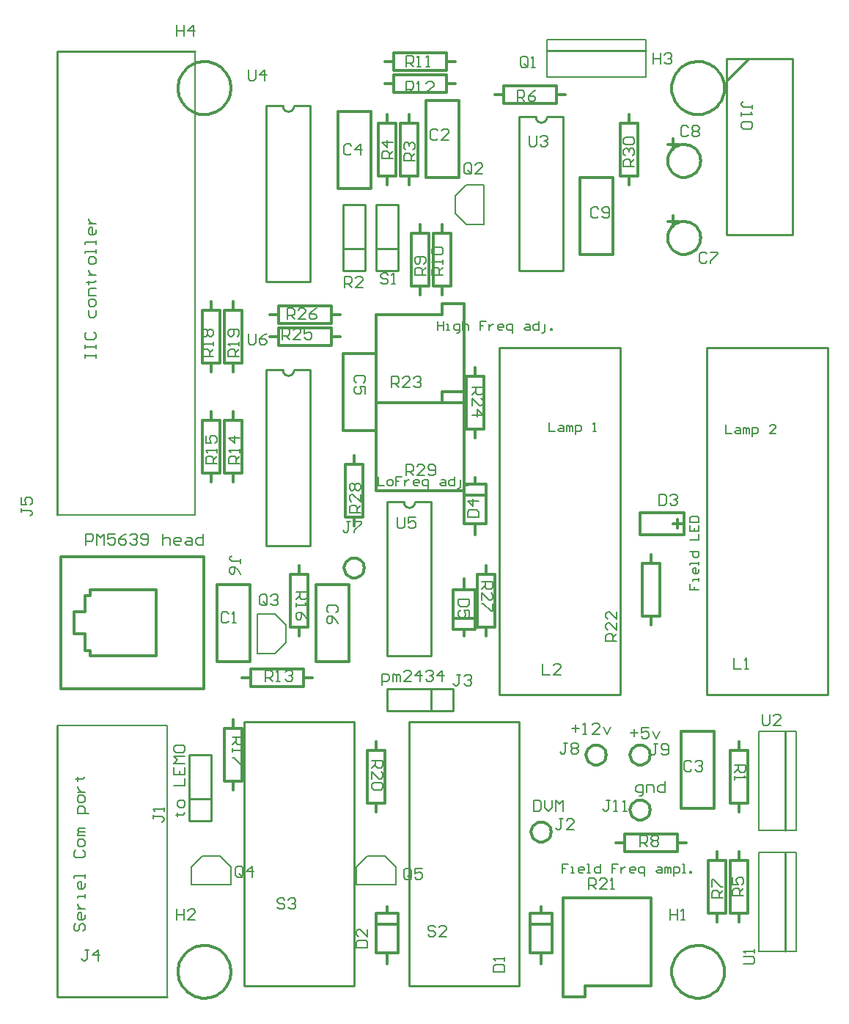
<source format=gto>
%FSLAX23Y23*%
%MOIN*%
G70*
G01*
G75*
%ADD10C,0.024*%
%ADD11C,0.012*%
%ADD12C,0.010*%
%ADD13C,0.064*%
%ADD14C,0.060*%
%ADD15C,0.100*%
%ADD16R,0.100X0.100*%
%ADD17O,0.200X0.130*%
%ADD18C,0.079*%
%ADD19R,0.062X0.062*%
%ADD20C,0.062*%
%ADD21C,0.050*%
%ADD22C,0.070*%
%ADD23C,0.080*%
%ADD24C,0.040*%
%ADD25C,0.200*%
%ADD26C,0.225*%
%ADD27C,0.008*%
%ADD28C,0.006*%
D11*
X10073Y7184D02*
X10072Y7194D01*
X10069Y7204D01*
X10063Y7213D01*
X10056Y7220D01*
X10047Y7225D01*
X10038Y7229D01*
X10028Y7230D01*
X10018Y7229D01*
X10008Y7225D01*
X10000Y7220D01*
X9992Y7213D01*
X9987Y7204D01*
X9984Y7194D01*
X9982Y7184D01*
X9984Y7174D01*
X9987Y7165D01*
X9992Y7156D01*
X10000Y7149D01*
X10008Y7144D01*
X10018Y7140D01*
X10028Y7139D01*
X10038Y7140D01*
X10047Y7144D01*
X10056Y7149D01*
X10063Y7156D01*
X10069Y7165D01*
X10072Y7174D01*
X10073Y7184D01*
X9873Y7434D02*
X9872Y7444D01*
X9869Y7454D01*
X9863Y7463D01*
X9856Y7470D01*
X9847Y7475D01*
X9838Y7479D01*
X9828Y7480D01*
X9818Y7479D01*
X9808Y7475D01*
X9800Y7470D01*
X9792Y7463D01*
X9787Y7454D01*
X9784Y7444D01*
X9782Y7434D01*
X9784Y7424D01*
X9787Y7415D01*
X9792Y7406D01*
X9800Y7399D01*
X9808Y7394D01*
X9818Y7390D01*
X9828Y7389D01*
X9838Y7390D01*
X9847Y7394D01*
X9856Y7399D01*
X9863Y7406D01*
X9869Y7415D01*
X9872Y7424D01*
X9873Y7434D01*
X8773Y8284D02*
X8772Y8294D01*
X8769Y8304D01*
X8763Y8313D01*
X8756Y8320D01*
X8747Y8325D01*
X8738Y8329D01*
X8728Y8330D01*
X8718Y8329D01*
X8708Y8325D01*
X8700Y8320D01*
X8692Y8313D01*
X8687Y8304D01*
X8684Y8294D01*
X8682Y8284D01*
X8684Y8274D01*
X8687Y8265D01*
X8692Y8256D01*
X8700Y8249D01*
X8708Y8244D01*
X8718Y8240D01*
X8728Y8239D01*
X8738Y8240D01*
X8747Y8244D01*
X8756Y8249D01*
X8763Y8256D01*
X8769Y8265D01*
X8772Y8274D01*
X8773Y8284D01*
X10073Y7434D02*
X10072Y7444D01*
X10069Y7454D01*
X10063Y7463D01*
X10056Y7470D01*
X10047Y7475D01*
X10038Y7479D01*
X10028Y7480D01*
X10018Y7479D01*
X10008Y7475D01*
X10000Y7470D01*
X9992Y7463D01*
X9987Y7454D01*
X9984Y7444D01*
X9982Y7434D01*
X9984Y7424D01*
X9987Y7415D01*
X9992Y7406D01*
X10000Y7399D01*
X10008Y7394D01*
X10018Y7390D01*
X10028Y7389D01*
X10038Y7390D01*
X10047Y7394D01*
X10056Y7399D01*
X10063Y7406D01*
X10069Y7415D01*
X10072Y7424D01*
X10073Y7434D01*
X10303Y10134D02*
X10302Y10144D01*
X10300Y10154D01*
X10297Y10164D01*
X10292Y10173D01*
X10287Y10181D01*
X10280Y10188D01*
X10272Y10195D01*
X10264Y10200D01*
X10255Y10204D01*
X10245Y10207D01*
X10235Y10209D01*
X10225Y10209D01*
X10215Y10208D01*
X10206Y10206D01*
X10196Y10202D01*
X10187Y10198D01*
X10179Y10192D01*
X10172Y10185D01*
X10166Y10177D01*
X10161Y10168D01*
X10157Y10159D01*
X10154Y10149D01*
X10153Y10139D01*
Y10129D01*
X10154Y10119D01*
X10157Y10110D01*
X10161Y10101D01*
X10166Y10092D01*
X10172Y10084D01*
X10179Y10077D01*
X10187Y10071D01*
X10196Y10066D01*
X10206Y10063D01*
X10215Y10060D01*
X10225Y10059D01*
X10235Y10060D01*
X10245Y10061D01*
X10255Y10064D01*
X10264Y10069D01*
X10272Y10074D01*
X10280Y10080D01*
X10287Y10088D01*
X10292Y10096D01*
X10297Y10105D01*
X10300Y10115D01*
X10302Y10124D01*
X10303Y10134D01*
Y9784D02*
X10302Y9794D01*
X10300Y9804D01*
X10297Y9814D01*
X10292Y9823D01*
X10287Y9831D01*
X10280Y9838D01*
X10272Y9845D01*
X10264Y9850D01*
X10255Y9854D01*
X10245Y9857D01*
X10235Y9859D01*
X10225Y9859D01*
X10215Y9858D01*
X10206Y9856D01*
X10196Y9852D01*
X10187Y9848D01*
X10179Y9842D01*
X10172Y9835D01*
X10166Y9827D01*
X10161Y9818D01*
X10157Y9809D01*
X10154Y9799D01*
X10153Y9789D01*
Y9779D01*
X10154Y9769D01*
X10157Y9760D01*
X10161Y9751D01*
X10166Y9742D01*
X10172Y9734D01*
X10179Y9727D01*
X10187Y9721D01*
X10196Y9716D01*
X10206Y9713D01*
X10215Y9710D01*
X10225Y9709D01*
X10235Y9710D01*
X10245Y9711D01*
X10255Y9714D01*
X10264Y9719D01*
X10272Y9724D01*
X10280Y9730D01*
X10287Y9738D01*
X10292Y9746D01*
X10297Y9755D01*
X10300Y9765D01*
X10302Y9774D01*
X10303Y9784D01*
X8167Y6449D02*
X8167Y6459D01*
X8165Y6469D01*
X8163Y6479D01*
X8160Y6489D01*
X8157Y6498D01*
X8152Y6507D01*
X8147Y6516D01*
X8141Y6524D01*
X8135Y6531D01*
X8127Y6539D01*
X8120Y6545D01*
X8111Y6551D01*
X8103Y6556D01*
X8094Y6560D01*
X8084Y6563D01*
X8074Y6566D01*
X8065Y6568D01*
X8055Y6569D01*
X8045Y6569D01*
X8034Y6569D01*
X8025Y6567D01*
X8015Y6565D01*
X8005Y6562D01*
X7996Y6558D01*
X7987Y6553D01*
X7979Y6548D01*
X7971Y6542D01*
X7963Y6535D01*
X7956Y6528D01*
X7950Y6520D01*
X7944Y6511D01*
X7940Y6503D01*
X7935Y6494D01*
X7932Y6484D01*
X7930Y6474D01*
X7928Y6464D01*
X7927Y6454D01*
Y6444D01*
X7928Y6434D01*
X7930Y6424D01*
X7932Y6415D01*
X7935Y6405D01*
X7940Y6396D01*
X7944Y6387D01*
X7950Y6379D01*
X7956Y6371D01*
X7963Y6364D01*
X7971Y6357D01*
X7979Y6351D01*
X7987Y6345D01*
X7996Y6341D01*
X8005Y6337D01*
X8015Y6334D01*
X8025Y6331D01*
X8034Y6330D01*
X8045Y6329D01*
X8055Y6330D01*
X8065Y6331D01*
X8074Y6333D01*
X8084Y6335D01*
X8094Y6339D01*
X8103Y6343D01*
X8111Y6348D01*
X8120Y6354D01*
X8127Y6360D01*
X8135Y6367D01*
X8141Y6375D01*
X8147Y6383D01*
X8152Y6392D01*
X8157Y6401D01*
X8160Y6410D01*
X8163Y6419D01*
X8165Y6429D01*
X8167Y6439D01*
X8167Y6449D01*
Y10465D02*
X8167Y10475D01*
X8165Y10485D01*
X8163Y10495D01*
X8160Y10505D01*
X8157Y10514D01*
X8152Y10523D01*
X8147Y10531D01*
X8141Y10540D01*
X8135Y10547D01*
X8127Y10554D01*
X8120Y10561D01*
X8111Y10566D01*
X8103Y10571D01*
X8094Y10576D01*
X8084Y10579D01*
X8074Y10582D01*
X8065Y10584D01*
X8055Y10585D01*
X8045Y10585D01*
X8034Y10584D01*
X8025Y10583D01*
X8015Y10581D01*
X8005Y10578D01*
X7996Y10574D01*
X7987Y10569D01*
X7979Y10564D01*
X7971Y10558D01*
X7963Y10551D01*
X7956Y10543D01*
X7950Y10536D01*
X7944Y10527D01*
X7940Y10518D01*
X7935Y10509D01*
X7932Y10500D01*
X7930Y10490D01*
X7928Y10480D01*
X7927Y10470D01*
Y10460D01*
X7928Y10450D01*
X7930Y10440D01*
X7932Y10430D01*
X7935Y10421D01*
X7940Y10412D01*
X7944Y10403D01*
X7950Y10395D01*
X7956Y10387D01*
X7963Y10379D01*
X7971Y10373D01*
X7979Y10367D01*
X7987Y10361D01*
X7996Y10356D01*
X8005Y10353D01*
X8015Y10349D01*
X8025Y10347D01*
X8034Y10346D01*
X8045Y10345D01*
X8055Y10345D01*
X8065Y10346D01*
X8074Y10348D01*
X8084Y10351D01*
X8094Y10354D01*
X8103Y10359D01*
X8111Y10364D01*
X8120Y10369D01*
X8127Y10376D01*
X8135Y10383D01*
X8141Y10391D01*
X8147Y10399D01*
X8152Y10407D01*
X8157Y10416D01*
X8160Y10426D01*
X8163Y10435D01*
X8165Y10445D01*
X8167Y10455D01*
X8167Y10465D01*
X10411Y10465D02*
X10411Y10475D01*
X10409Y10485D01*
X10407Y10495D01*
X10404Y10505D01*
X10401Y10514D01*
X10396Y10523D01*
X10391Y10531D01*
X10385Y10540D01*
X10379Y10547D01*
X10371Y10554D01*
X10364Y10561D01*
X10355Y10566D01*
X10347Y10571D01*
X10338Y10576D01*
X10328Y10579D01*
X10319Y10582D01*
X10309Y10584D01*
X10299Y10585D01*
X10289Y10585D01*
X10279Y10584D01*
X10269Y10583D01*
X10259Y10581D01*
X10249Y10578D01*
X10240Y10574D01*
X10231Y10569D01*
X10223Y10564D01*
X10215Y10558D01*
X10207Y10551D01*
X10200Y10543D01*
X10194Y10536D01*
X10188Y10527D01*
X10184Y10518D01*
X10180Y10509D01*
X10176Y10500D01*
X10174Y10490D01*
X10172Y10480D01*
X10171Y10470D01*
Y10460D01*
X10172Y10450D01*
X10174Y10440D01*
X10176Y10430D01*
X10180Y10421D01*
X10184Y10412D01*
X10188Y10403D01*
X10194Y10395D01*
X10200Y10387D01*
X10207Y10379D01*
X10215Y10373D01*
X10223Y10367D01*
X10231Y10361D01*
X10240Y10356D01*
X10249Y10353D01*
X10259Y10349D01*
X10269Y10347D01*
X10279Y10346D01*
X10289Y10345D01*
X10299Y10345D01*
X10309Y10346D01*
X10319Y10348D01*
X10328Y10351D01*
X10338Y10354D01*
X10347Y10359D01*
X10355Y10364D01*
X10364Y10369D01*
X10371Y10376D01*
X10379Y10383D01*
X10385Y10391D01*
X10391Y10399D01*
X10396Y10407D01*
X10401Y10416D01*
X10404Y10426D01*
X10407Y10435D01*
X10409Y10445D01*
X10411Y10455D01*
X10411Y10465D01*
Y6449D02*
X10411Y6459D01*
X10409Y6469D01*
X10407Y6479D01*
X10404Y6489D01*
X10401Y6498D01*
X10396Y6507D01*
X10391Y6516D01*
X10385Y6524D01*
X10379Y6531D01*
X10371Y6539D01*
X10364Y6545D01*
X10355Y6551D01*
X10347Y6556D01*
X10338Y6560D01*
X10328Y6563D01*
X10319Y6566D01*
X10309Y6568D01*
X10299Y6569D01*
X10289Y6569D01*
X10279Y6569D01*
X10269Y6567D01*
X10259Y6565D01*
X10249Y6562D01*
X10240Y6558D01*
X10231Y6553D01*
X10223Y6548D01*
X10215Y6542D01*
X10207Y6535D01*
X10200Y6528D01*
X10194Y6520D01*
X10188Y6511D01*
X10184Y6503D01*
X10180Y6494D01*
X10176Y6484D01*
X10174Y6474D01*
X10172Y6464D01*
X10171Y6454D01*
Y6444D01*
X10172Y6434D01*
X10174Y6424D01*
X10176Y6415D01*
X10180Y6405D01*
X10184Y6396D01*
X10188Y6387D01*
X10194Y6379D01*
X10200Y6371D01*
X10207Y6364D01*
X10215Y6357D01*
X10223Y6351D01*
X10231Y6345D01*
X10240Y6341D01*
X10249Y6337D01*
X10259Y6334D01*
X10269Y6331D01*
X10279Y6330D01*
X10289Y6329D01*
X10299Y6330D01*
X10309Y6331D01*
X10319Y6333D01*
X10328Y6335D01*
X10338Y6339D01*
X10347Y6343D01*
X10355Y6348D01*
X10364Y6354D01*
X10371Y6360D01*
X10379Y6367D01*
X10385Y6375D01*
X10391Y6383D01*
X10396Y6392D01*
X10401Y6401D01*
X10404Y6410D01*
X10407Y6419D01*
X10409Y6429D01*
X10411Y6439D01*
X10411Y6449D01*
X9623Y7084D02*
X9622Y7094D01*
X9619Y7104D01*
X9613Y7113D01*
X9606Y7120D01*
X9597Y7125D01*
X9588Y7129D01*
X9578Y7130D01*
X9568Y7129D01*
X9558Y7125D01*
X9550Y7120D01*
X9542Y7113D01*
X9537Y7104D01*
X9534Y7094D01*
X9532Y7084D01*
X9534Y7074D01*
X9537Y7065D01*
X9542Y7056D01*
X9550Y7049D01*
X9558Y7044D01*
X9568Y7040D01*
X9578Y7039D01*
X9588Y7040D01*
X9597Y7044D01*
X9606Y7049D01*
X9613Y7056D01*
X9619Y7065D01*
X9622Y7074D01*
X9623Y7084D01*
X9128Y9804D02*
Y9844D01*
Y9524D02*
Y9564D01*
X9168D02*
Y9804D01*
X9088Y9564D02*
Y9804D01*
X9168D01*
X9088Y9564D02*
X9168D01*
X9278Y8874D02*
Y8914D01*
Y9154D02*
Y9194D01*
X9238Y8914D02*
Y9154D01*
X9318Y8914D02*
Y9154D01*
X9238Y8914D02*
X9318D01*
X9238Y9154D02*
X9318D01*
X10178Y8484D02*
X10218D01*
X10198Y8464D02*
Y8504D01*
X10228Y8434D02*
Y8534D01*
X10028Y8434D02*
Y8534D01*
Y8434D02*
X10228D01*
X10028Y8534D02*
X10228D01*
X10153Y10209D02*
X10203D01*
X10178Y10184D02*
Y10234D01*
X9228Y8664D02*
X9328D01*
X9228Y8614D02*
X9328D01*
X9228Y8484D02*
X9328D01*
X9278Y8664D02*
Y8694D01*
X9228Y8484D02*
Y8664D01*
X9328Y8484D02*
Y8664D01*
X9278Y8434D02*
Y8484D01*
X9178Y8004D02*
X9278D01*
X9178Y8054D02*
X9278D01*
X9178Y8184D02*
X9278D01*
X9228Y7974D02*
Y8004D01*
X9278D02*
Y8184D01*
X9178Y8004D02*
Y8184D01*
X9228D02*
Y8234D01*
X8828Y6714D02*
X8928D01*
X8828Y6664D02*
X8928D01*
X8828Y6534D02*
X8928D01*
X8878Y6714D02*
Y6744D01*
X8828Y6534D02*
Y6714D01*
X8928Y6534D02*
Y6714D01*
X8878Y6484D02*
Y6534D01*
X9528Y6714D02*
X9628D01*
X9528Y6664D02*
X9628D01*
X9528Y6534D02*
X9628D01*
X9578Y6714D02*
Y6744D01*
X9528Y6534D02*
Y6714D01*
X9628Y6534D02*
Y6714D01*
X9578Y6484D02*
Y6534D01*
X9408Y10394D02*
Y10474D01*
X9648Y10394D02*
Y10474D01*
X9408D02*
X9648D01*
X9408Y10394D02*
X9648D01*
X9368Y10434D02*
X9408D01*
X9648D02*
X9688D01*
X9148Y10544D02*
Y10624D01*
X8908Y10544D02*
Y10624D01*
Y10544D02*
X9148D01*
X8908Y10624D02*
X9148D01*
Y10584D02*
X9188D01*
X8868D02*
X8908D01*
X9148Y10444D02*
Y10524D01*
X8908Y10444D02*
Y10524D01*
Y10444D02*
X9148D01*
X8908Y10524D02*
X9148D01*
Y10484D02*
X9188D01*
X8868D02*
X8908D01*
X8258Y7744D02*
Y7824D01*
X8498Y7744D02*
Y7824D01*
X8258D02*
X8498D01*
X8258Y7744D02*
X8498D01*
X8218Y7784D02*
X8258D01*
X8498D02*
X8538D01*
X8838Y10064D02*
X8918D01*
X8838Y10304D02*
X8918D01*
X8838Y10064D02*
Y10304D01*
X8918Y10064D02*
Y10304D01*
X8878Y10024D02*
Y10064D01*
Y10304D02*
Y10344D01*
X8038Y8714D02*
X8118D01*
X8038Y8954D02*
X8118D01*
X8038Y8714D02*
Y8954D01*
X8118Y8714D02*
Y8954D01*
X8078Y8674D02*
Y8714D01*
Y8954D02*
Y8994D01*
X8383Y9394D02*
Y9474D01*
X8623Y9394D02*
Y9474D01*
X8383D02*
X8623D01*
X8383Y9394D02*
X8623D01*
X8343Y9434D02*
X8383D01*
X8623D02*
X8663D01*
X8038Y9214D02*
X8118D01*
X8038Y9454D02*
X8118D01*
X8038Y9214D02*
Y9454D01*
X8118Y9214D02*
Y9454D01*
X8078Y9174D02*
Y9214D01*
Y9454D02*
Y9494D01*
X8138Y9214D02*
X8218D01*
X8138Y9454D02*
X8218D01*
X8138Y9214D02*
Y9454D01*
X8218Y9214D02*
Y9454D01*
X8178Y9174D02*
Y9214D01*
Y9454D02*
Y9494D01*
X8988Y9804D02*
X9068D01*
X8988Y9564D02*
X9068D01*
Y9804D01*
X8988Y9564D02*
Y9804D01*
X9028D02*
Y9844D01*
Y9524D02*
Y9564D01*
X8383Y9294D02*
Y9374D01*
X8623Y9294D02*
Y9374D01*
X8383D02*
X8623D01*
X8383Y9294D02*
X8623D01*
X8343Y9334D02*
X8383D01*
X8623D02*
X8663D01*
X10438Y6714D02*
X10518D01*
X10438Y6954D02*
X10518D01*
X10438Y6714D02*
Y6954D01*
X10518Y6714D02*
Y6954D01*
X10478Y6674D02*
Y6714D01*
Y6954D02*
Y6994D01*
X10438Y7454D02*
X10518D01*
X10438Y7214D02*
X10518D01*
Y7454D01*
X10438Y7214D02*
Y7454D01*
X10478D02*
Y7494D01*
Y7174D02*
Y7214D01*
X10338Y6714D02*
X10418D01*
X10338Y6954D02*
X10418D01*
X10338Y6714D02*
Y6954D01*
X10418Y6714D02*
Y6954D01*
X10378Y6674D02*
Y6714D01*
Y6954D02*
Y6994D01*
X8438Y8254D02*
X8518D01*
X8438Y8014D02*
X8518D01*
Y8254D01*
X8438Y8014D02*
Y8254D01*
X8478D02*
Y8294D01*
Y7974D02*
Y8014D01*
X9938Y10064D02*
X10018D01*
X9938Y10304D02*
X10018D01*
X9938Y10064D02*
Y10304D01*
X10018Y10064D02*
Y10304D01*
X9978Y10024D02*
Y10064D01*
Y10304D02*
Y10344D01*
X10038Y8064D02*
X10118D01*
X10038Y8304D02*
X10118D01*
X10038Y8064D02*
Y8304D01*
X10118Y8064D02*
Y8304D01*
X10078Y8024D02*
Y8064D01*
Y8304D02*
Y8344D01*
X8138Y7554D02*
X8218D01*
X8138Y7314D02*
X8218D01*
Y7554D01*
X8138Y7314D02*
Y7554D01*
X8178D02*
Y7594D01*
Y7274D02*
Y7314D01*
X9958Y6994D02*
Y7074D01*
X10198Y6994D02*
Y7074D01*
X9958D02*
X10198D01*
X9958Y6994D02*
X10198D01*
X9918Y7034D02*
X9958D01*
X10198D02*
X10238D01*
X8788Y7454D02*
X8868D01*
X8788Y7214D02*
X8868D01*
Y7454D01*
X8788Y7214D02*
Y7454D01*
X8828D02*
Y7494D01*
Y7174D02*
Y7214D01*
X9288Y8254D02*
X9368D01*
X9288Y8014D02*
X9368D01*
Y8254D01*
X9288Y8014D02*
Y8254D01*
X9328D02*
Y8294D01*
Y7974D02*
Y8014D01*
X8938Y10064D02*
X9018D01*
X8938Y10304D02*
X9018D01*
X8938Y10064D02*
Y10304D01*
X9018Y10064D02*
Y10304D01*
X8978Y10024D02*
Y10064D01*
Y10304D02*
Y10344D01*
X8688Y8514D02*
X8768D01*
X8688Y8754D02*
X8768D01*
X8688Y8514D02*
Y8754D01*
X8768Y8514D02*
Y8754D01*
X8728Y8474D02*
Y8514D01*
Y8754D02*
Y8794D01*
X9753Y9709D02*
X9903D01*
X9753Y10059D02*
X9903D01*
X9753Y9709D02*
Y10059D01*
X9903Y9709D02*
Y10059D01*
X8678Y8909D02*
X8828D01*
X8678Y9259D02*
X8828D01*
X8678Y8909D02*
Y9259D01*
X8828Y8909D02*
Y9259D01*
X8553Y7859D02*
X8703D01*
X8553Y8209D02*
X8703D01*
X8553Y7859D02*
Y8209D01*
X8703Y7859D02*
Y8209D01*
X9053Y10059D02*
X9203D01*
X9053Y10409D02*
X9203D01*
X9053Y10059D02*
Y10409D01*
X9203Y10059D02*
Y10409D01*
X8653Y10009D02*
X8803D01*
X8653Y10359D02*
X8803D01*
X8653Y10009D02*
Y10359D01*
X8803Y10009D02*
Y10359D01*
X8103Y8209D02*
X8253D01*
X8103Y7859D02*
X8253D01*
Y8209D01*
X8103Y7859D02*
Y8209D01*
X10213Y7542D02*
X10363D01*
X10213Y7192D02*
X10363D01*
Y7542D01*
X10213Y7192D02*
Y7542D01*
X8828Y8634D02*
Y9034D01*
X9128D01*
Y9084D01*
X9228D01*
Y8634D02*
Y9084D01*
X8828Y8634D02*
X9228D01*
X8828Y9034D02*
Y9434D01*
X9128D01*
Y9484D01*
X9228D01*
Y9034D02*
Y9484D01*
X8828Y9034D02*
X9228D01*
X7453Y8084D02*
X7503D01*
X7453Y7984D02*
X7503D01*
Y7909D02*
X7528D01*
Y7884D02*
X7828D01*
X7528Y8184D02*
X7828D01*
X7503Y8159D02*
X7528D01*
X7393Y8334D02*
X8044D01*
X7393Y7734D02*
X8044D01*
X7453Y7984D02*
Y8084D01*
X7503Y7909D02*
Y7984D01*
X7528Y7884D02*
Y7909D01*
X7828Y7884D02*
Y8184D01*
X7528Y8159D02*
Y8184D01*
X7503Y8084D02*
Y8159D01*
X8044Y7734D02*
Y8334D01*
X7393Y7734D02*
Y8334D01*
X10153Y9859D02*
X10203D01*
X10178Y9834D02*
Y9884D01*
X8178Y8954D02*
Y8994D01*
Y8674D02*
Y8714D01*
X8218D02*
Y8954D01*
X8138Y8714D02*
Y8954D01*
X8218D01*
X8138Y8714D02*
X8218D01*
X9678Y6784D02*
X10078D01*
X9678Y6334D02*
Y6784D01*
Y6334D02*
X9778D01*
Y6384D01*
X10078D01*
Y6784D01*
D12*
X8953Y8584D02*
X8955Y8575D01*
X8960Y8567D01*
X8968Y8561D01*
X8978Y8559D01*
X8987Y8561D01*
X8995Y8567D01*
X9001Y8575D01*
X9003Y8584D01*
X8403Y9184D02*
X8405Y9175D01*
X8410Y9167D01*
X8418Y9161D01*
X8428Y9159D01*
X8437Y9161D01*
X8445Y9167D01*
X8451Y9175D01*
X8453Y9184D01*
X8403Y10384D02*
X8405Y10375D01*
X8410Y10367D01*
X8418Y10361D01*
X8428Y10359D01*
X8437Y10361D01*
X8445Y10367D01*
X8451Y10375D01*
X8453Y10384D01*
X9553Y10334D02*
X9555Y10325D01*
X9560Y10317D01*
X9568Y10311D01*
X9578Y10309D01*
X9587Y10311D01*
X9595Y10317D01*
X9601Y10325D01*
X9603Y10334D01*
X10882Y7709D02*
Y9284D01*
X10331D02*
X10882D01*
X10331Y7709D02*
Y9284D01*
Y7709D02*
X10882D01*
X9386D02*
X9937D01*
X9386D02*
Y9284D01*
X9937D01*
Y7709D02*
Y9284D01*
X8978Y6384D02*
X9478D01*
X8978D02*
Y7584D01*
X9478D01*
Y6384D02*
Y7584D01*
X8878Y7734D02*
X9178D01*
X8878Y7634D02*
X9178D01*
X8878D02*
Y7734D01*
X9178Y7634D02*
Y7734D01*
X9078Y7634D02*
Y7734D01*
X8778Y9634D02*
Y9934D01*
X8678Y9634D02*
Y9934D01*
X8778D01*
X8678Y9634D02*
X8778D01*
X8678Y9734D02*
X8778D01*
X8078Y7134D02*
Y7434D01*
X7978Y7134D02*
Y7434D01*
X8078D01*
X7978Y7134D02*
X8078D01*
X7978Y7234D02*
X8078D01*
X8928Y9634D02*
Y9934D01*
X8828Y9634D02*
Y9934D01*
X8928D01*
X8828Y9634D02*
X8928D01*
X8828Y9734D02*
X8928D01*
X9603Y10634D02*
X10053D01*
X10688Y7092D02*
Y7542D01*
Y6542D02*
Y6992D01*
X8878Y7884D02*
Y8584D01*
X9078Y7884D02*
Y8584D01*
X8878Y7884D02*
X9078D01*
X9003Y8584D02*
X9078D01*
X8878D02*
X8953D01*
X8528Y8384D02*
Y9184D01*
X8328Y8384D02*
Y9184D01*
X8403D01*
X8453D02*
X8528D01*
X8328Y8384D02*
X8528D01*
X10721Y9798D02*
Y10598D01*
X10421Y9798D02*
Y10598D01*
Y9798D02*
X10721D01*
X10421Y10598D02*
X10721D01*
X10421Y10498D02*
X10521Y10598D01*
X7378Y6334D02*
Y7570D01*
Y6334D02*
X7878D01*
X7378Y8526D02*
Y10631D01*
X8003D01*
X8328Y9584D02*
X8528D01*
X8453Y10384D02*
X8528D01*
X8328D02*
X8403D01*
X8328Y9584D02*
Y10384D01*
X8528Y9584D02*
Y10384D01*
X9478Y10334D02*
X9553D01*
X9603D02*
X9678D01*
X9478Y9634D02*
X9678D01*
Y10334D01*
X9478Y9634D02*
Y10334D01*
X8228Y6384D02*
X8728D01*
X8228D02*
Y7584D01*
X8728D01*
Y6384D02*
Y7584D01*
D27*
X7988Y6924D02*
X8038Y6974D01*
X8118D02*
X8168Y6924D01*
X8038Y6974D02*
X8118D01*
X7988Y6844D02*
X8168D01*
Y6924D01*
X7988Y6844D02*
Y6924D01*
X8738D02*
X8788Y6974D01*
X8868D02*
X8918Y6924D01*
X8788Y6974D02*
X8868D01*
X8738Y6844D02*
X8918D01*
Y6924D01*
X8738Y6844D02*
Y6924D01*
X8368Y8074D02*
X8418Y8024D01*
X8368Y7894D02*
X8418Y7944D01*
Y8024D01*
X8288Y7894D02*
Y8074D01*
Y7894D02*
X8368D01*
X8288Y8074D02*
X8368D01*
X9603Y10634D02*
Y10684D01*
X10053Y10514D02*
Y10684D01*
X9603Y10514D02*
Y10634D01*
Y10684D02*
X10053D01*
X9603Y10514D02*
X10053D01*
X10688Y7542D02*
X10738D01*
X10568Y7092D02*
X10738D01*
X10568Y7542D02*
X10688D01*
X10738Y7092D02*
Y7542D01*
X10568Y7092D02*
Y7542D01*
X10688Y6992D02*
X10738D01*
X10568Y6542D02*
X10738D01*
X10568Y6992D02*
X10688D01*
X10738Y6542D02*
Y6992D01*
X10568Y6542D02*
Y6992D01*
X7878Y6334D02*
Y7570D01*
X7378D02*
X7878D01*
X8003Y8526D02*
Y10631D01*
X7378Y8526D02*
X8003D01*
X9238Y9844D02*
X9318D01*
X9238Y10024D02*
X9318D01*
Y9844D02*
Y10024D01*
X9188Y9894D02*
Y9974D01*
X9238Y10024D01*
X9188Y9894D02*
X9238Y9844D01*
X8247Y9349D02*
Y9308D01*
X8255Y9299D01*
X8272D01*
X8280Y9308D01*
Y9349D01*
X8330D02*
X8313Y9341D01*
X8297Y9324D01*
Y9308D01*
X8305Y9299D01*
X8322D01*
X8330Y9308D01*
Y9316D01*
X8322Y9324D01*
X8297D01*
X8923Y8514D02*
Y8473D01*
X8931Y8464D01*
X8948D01*
X8956Y8473D01*
Y8514D01*
X9006D02*
X8973D01*
Y8489D01*
X8989Y8498D01*
X8998D01*
X9006Y8489D01*
Y8473D01*
X8998Y8464D01*
X8981D01*
X8973Y8473D01*
X8247Y10549D02*
Y10508D01*
X8255Y10499D01*
X8272D01*
X8280Y10508D01*
Y10549D01*
X8322Y10499D02*
Y10549D01*
X8297Y10524D01*
X8330D01*
X9523Y10249D02*
Y10208D01*
X9531Y10199D01*
X9548D01*
X9556Y10208D01*
Y10249D01*
X9573Y10241D02*
X9581Y10249D01*
X9598D01*
X9606Y10241D01*
Y10233D01*
X9598Y10224D01*
X9589D01*
X9598D01*
X9606Y10216D01*
Y10208D01*
X9598Y10199D01*
X9581D01*
X9573Y10208D01*
X10583Y7619D02*
Y7578D01*
X10591Y7569D01*
X10608D01*
X10616Y7578D01*
Y7619D01*
X10666Y7569D02*
X10633D01*
X10666Y7603D01*
Y7611D01*
X10658Y7619D01*
X10641D01*
X10633Y7611D01*
X10498Y6484D02*
X10539D01*
X10548Y6493D01*
Y6509D01*
X10539Y6518D01*
X10498D01*
X10548Y6534D02*
Y6551D01*
Y6543D01*
X10498D01*
X10506Y6534D01*
X8411Y6776D02*
X8403Y6784D01*
X8386D01*
X8378Y6776D01*
Y6768D01*
X8386Y6759D01*
X8403D01*
X8411Y6751D01*
Y6743D01*
X8403Y6734D01*
X8386D01*
X8378Y6743D01*
X8428Y6776D02*
X8436Y6784D01*
X8453D01*
X8461Y6776D01*
Y6768D01*
X8453Y6759D01*
X8444D01*
X8453D01*
X8461Y6751D01*
Y6743D01*
X8453Y6734D01*
X8436D01*
X8428Y6743D01*
X9096Y6651D02*
X9088Y6659D01*
X9071D01*
X9063Y6651D01*
Y6643D01*
X9071Y6634D01*
X9088D01*
X9096Y6626D01*
Y6618D01*
X9088Y6609D01*
X9071D01*
X9063Y6618D01*
X9146Y6609D02*
X9113D01*
X9146Y6643D01*
Y6651D01*
X9138Y6659D01*
X9121D01*
X9113Y6651D01*
X8881Y9616D02*
X8873Y9624D01*
X8856D01*
X8848Y9616D01*
Y9608D01*
X8856Y9599D01*
X8873D01*
X8881Y9591D01*
Y9583D01*
X8873Y9574D01*
X8856D01*
X8848Y9583D01*
X8898Y9574D02*
X8914D01*
X8906D01*
Y9624D01*
X8898Y9616D01*
X9053Y9617D02*
X9003D01*
Y9642D01*
X9011Y9650D01*
X9028D01*
X9036Y9642D01*
Y9617D01*
Y9634D02*
X9053Y9650D01*
X9045Y9667D02*
X9053Y9675D01*
Y9692D01*
X9045Y9700D01*
X9011D01*
X9003Y9692D01*
Y9675D01*
X9011Y9667D01*
X9020D01*
X9028Y9675D01*
Y9700D01*
X10028Y7019D02*
Y7069D01*
X10053D01*
X10061Y7061D01*
Y7044D01*
X10053Y7036D01*
X10028D01*
X10044D02*
X10061Y7019D01*
X10078Y7061D02*
X10086Y7069D01*
X10103D01*
X10111Y7061D01*
Y7053D01*
X10103Y7044D01*
X10111Y7036D01*
Y7028D01*
X10103Y7019D01*
X10086D01*
X10078Y7028D01*
Y7036D01*
X10086Y7044D01*
X10078Y7053D01*
Y7061D01*
X10086Y7044D02*
X10103D01*
X10403Y6784D02*
X10353D01*
Y6809D01*
X10361Y6818D01*
X10378D01*
X10386Y6809D01*
Y6784D01*
Y6801D02*
X10403Y6818D01*
X10353Y6834D02*
Y6868D01*
X10361D01*
X10394Y6834D01*
X10403D01*
X9469Y10405D02*
Y10455D01*
X9494D01*
X9502Y10446D01*
Y10430D01*
X9494Y10421D01*
X9469D01*
X9486D02*
X9502Y10405D01*
X9552Y10455D02*
X9536Y10446D01*
X9519Y10430D01*
Y10413D01*
X9527Y10405D01*
X9544D01*
X9552Y10413D01*
Y10421D01*
X9544Y10430D01*
X9519D01*
X10498Y6794D02*
X10448D01*
Y6819D01*
X10456Y6828D01*
X10473D01*
X10481Y6819D01*
Y6794D01*
Y6811D02*
X10498Y6828D01*
X10448Y6878D02*
Y6844D01*
X10473D01*
X10464Y6861D01*
Y6869D01*
X10473Y6878D01*
X10489D01*
X10498Y6869D01*
Y6853D01*
X10489Y6844D01*
X8903Y10144D02*
X8853D01*
Y10169D01*
X8861Y10178D01*
X8878D01*
X8886Y10169D01*
Y10144D01*
Y10161D02*
X8903Y10178D01*
Y10219D02*
X8853D01*
X8878Y10194D01*
Y10228D01*
X10002Y10108D02*
X9952D01*
Y10133D01*
X9960Y10141D01*
X9977D01*
X9985Y10133D01*
Y10108D01*
Y10124D02*
X10002Y10141D01*
X9960Y10158D02*
X9952Y10166D01*
Y10183D01*
X9960Y10191D01*
X9968D01*
X9977Y10183D01*
Y10174D01*
Y10183D01*
X9985Y10191D01*
X9993D01*
X10002Y10183D01*
Y10166D01*
X9993Y10158D01*
X9960Y10208D02*
X9952Y10216D01*
Y10233D01*
X9960Y10241D01*
X9993D01*
X10002Y10233D01*
Y10216D01*
X9993Y10208D01*
X9960D01*
X9003Y10134D02*
X8953D01*
Y10159D01*
X8961Y10168D01*
X8978D01*
X8986Y10159D01*
Y10134D01*
Y10151D02*
X9003Y10168D01*
X8961Y10184D02*
X8953Y10193D01*
Y10209D01*
X8961Y10218D01*
X8969D01*
X8978Y10209D01*
Y10201D01*
Y10209D01*
X8986Y10218D01*
X8994D01*
X9003Y10209D01*
Y10193D01*
X8994Y10184D01*
X8963Y8704D02*
Y8754D01*
X8988D01*
X8996Y8746D01*
Y8729D01*
X8988Y8721D01*
X8963D01*
X8979D02*
X8996Y8704D01*
X9046D02*
X9013D01*
X9046Y8738D01*
Y8746D01*
X9038Y8754D01*
X9021D01*
X9013Y8746D01*
X9063Y8713D02*
X9071Y8704D01*
X9088D01*
X9096Y8713D01*
Y8746D01*
X9088Y8754D01*
X9071D01*
X9063Y8746D01*
Y8738D01*
X9071Y8729D01*
X9096D01*
X8756Y8536D02*
X8706D01*
Y8561D01*
X8714Y8569D01*
X8731D01*
X8739Y8561D01*
Y8536D01*
Y8553D02*
X8756Y8569D01*
Y8619D02*
Y8586D01*
X8722Y8619D01*
X8714D01*
X8706Y8611D01*
Y8594D01*
X8714Y8586D01*
Y8636D02*
X8706Y8644D01*
Y8661D01*
X8714Y8669D01*
X8722D01*
X8731Y8661D01*
X8739Y8669D01*
X8747D01*
X8756Y8661D01*
Y8644D01*
X8747Y8636D01*
X8739D01*
X8731Y8644D01*
X8722Y8636D01*
X8714D01*
X8731Y8644D02*
Y8661D01*
X9307Y8221D02*
X9357D01*
Y8196D01*
X9349Y8188D01*
X9332D01*
X9324Y8196D01*
Y8221D01*
Y8204D02*
X9307Y8188D01*
Y8138D02*
Y8171D01*
X9340Y8138D01*
X9349D01*
X9357Y8146D01*
Y8163D01*
X9349Y8171D01*
X9357Y8121D02*
Y8088D01*
X9349D01*
X9315Y8121D01*
X9307D01*
X8423Y9414D02*
Y9464D01*
X8448D01*
X8456Y9456D01*
Y9439D01*
X8448Y9431D01*
X8423D01*
X8439D02*
X8456Y9414D01*
X8506D02*
X8473D01*
X8506Y9448D01*
Y9456D01*
X8498Y9464D01*
X8481D01*
X8473Y9456D01*
X8556Y9464D02*
X8539Y9456D01*
X8523Y9439D01*
Y9423D01*
X8531Y9414D01*
X8548D01*
X8556Y9423D01*
Y9431D01*
X8548Y9439D01*
X8523D01*
X8401Y9323D02*
Y9373D01*
X8426D01*
X8435Y9365D01*
Y9348D01*
X8426Y9340D01*
X8401D01*
X8418D02*
X8435Y9323D01*
X8485D02*
X8451D01*
X8485Y9357D01*
Y9365D01*
X8476Y9373D01*
X8460D01*
X8451Y9365D01*
X8535Y9373D02*
X8501D01*
Y9348D01*
X8518Y9357D01*
X8526D01*
X8535Y9348D01*
Y9332D01*
X8526Y9323D01*
X8510D01*
X8501Y9332D01*
X9263Y9104D02*
X9313D01*
Y9079D01*
X9304Y9071D01*
X9288D01*
X9279Y9079D01*
Y9104D01*
Y9088D02*
X9263Y9071D01*
Y9021D02*
Y9054D01*
X9296Y9021D01*
X9304D01*
X9313Y9029D01*
Y9046D01*
X9304Y9054D01*
X9263Y8979D02*
X9313D01*
X9288Y9004D01*
Y8971D01*
X8898Y9104D02*
Y9154D01*
X8923D01*
X8931Y9146D01*
Y9129D01*
X8923Y9121D01*
X8898D01*
X8914D02*
X8931Y9104D01*
X8981D02*
X8948D01*
X8981Y9138D01*
Y9146D01*
X8973Y9154D01*
X8956D01*
X8948Y9146D01*
X8998D02*
X9006Y9154D01*
X9023D01*
X9031Y9146D01*
Y9138D01*
X9023Y9129D01*
X9014D01*
X9023D01*
X9031Y9121D01*
Y9113D01*
X9023Y9104D01*
X9006D01*
X8998Y9113D01*
X9922Y7952D02*
X9872D01*
Y7977D01*
X9880Y7986D01*
X9897D01*
X9905Y7977D01*
Y7952D01*
Y7969D02*
X9922Y7986D01*
Y8036D02*
Y8002D01*
X9888Y8036D01*
X9880D01*
X9872Y8027D01*
Y8011D01*
X9880Y8002D01*
X9922Y8086D02*
Y8052D01*
X9888Y8086D01*
X9880D01*
X9872Y8077D01*
Y8061D01*
X9880Y8052D01*
X9793Y6824D02*
Y6874D01*
X9818D01*
X9826Y6866D01*
Y6849D01*
X9818Y6841D01*
X9793D01*
X9809D02*
X9826Y6824D01*
X9876D02*
X9843D01*
X9876Y6858D01*
Y6866D01*
X9868Y6874D01*
X9851D01*
X9843Y6866D01*
X9893Y6824D02*
X9909D01*
X9901D01*
Y6874D01*
X9893Y6866D01*
X8808Y7409D02*
X8858D01*
Y7384D01*
X8849Y7376D01*
X8833D01*
X8824Y7384D01*
Y7409D01*
Y7393D02*
X8808Y7376D01*
Y7326D02*
Y7359D01*
X8841Y7326D01*
X8849D01*
X8858Y7334D01*
Y7351D01*
X8849Y7359D01*
Y7309D02*
X8858Y7301D01*
Y7284D01*
X8849Y7276D01*
X8816D01*
X8808Y7284D01*
Y7301D01*
X8816Y7309D01*
X8849D01*
X8683Y9559D02*
Y9609D01*
X8708D01*
X8716Y9601D01*
Y9584D01*
X8708Y9576D01*
X8683D01*
X8699D02*
X8716Y9559D01*
X8766D02*
X8733D01*
X8766Y9593D01*
Y9601D01*
X8758Y9609D01*
X8741D01*
X8733Y9601D01*
X8205Y9245D02*
X8155D01*
Y9270D01*
X8163Y9278D01*
X8180D01*
X8188Y9270D01*
Y9245D01*
Y9261D02*
X8205Y9278D01*
Y9295D02*
Y9311D01*
Y9303D01*
X8155D01*
X8163Y9295D01*
X8196Y9336D02*
X8205Y9345D01*
Y9361D01*
X8196Y9370D01*
X8163D01*
X8155Y9361D01*
Y9345D01*
X8163Y9336D01*
X8171D01*
X8180Y9345D01*
Y9370D01*
X8086Y9245D02*
X8036D01*
Y9270D01*
X8045Y9278D01*
X8061D01*
X8070Y9270D01*
Y9245D01*
Y9261D02*
X8086Y9278D01*
Y9295D02*
Y9311D01*
Y9303D01*
X8036D01*
X8045Y9295D01*
Y9336D02*
X8036Y9345D01*
Y9361D01*
X8045Y9370D01*
X8053D01*
X8061Y9361D01*
X8070Y9370D01*
X8078D01*
X8086Y9361D01*
Y9345D01*
X8078Y9336D01*
X8070D01*
X8061Y9345D01*
X8053Y9336D01*
X8045D01*
X8061Y9345D02*
Y9361D01*
X8173Y7514D02*
X8223D01*
Y7489D01*
X8214Y7481D01*
X8198D01*
X8189Y7489D01*
Y7514D01*
Y7498D02*
X8173Y7481D01*
Y7464D02*
Y7448D01*
Y7456D01*
X8223D01*
X8214Y7464D01*
X8223Y7423D02*
Y7389D01*
X8214D01*
X8181Y7423D01*
X8173D01*
X8463Y8174D02*
X8513D01*
Y8149D01*
X8504Y8141D01*
X8488D01*
X8479Y8149D01*
Y8174D01*
Y8158D02*
X8463Y8141D01*
Y8124D02*
Y8108D01*
Y8116D01*
X8513D01*
X8504Y8124D01*
X8513Y8049D02*
X8504Y8066D01*
X8488Y8083D01*
X8471D01*
X8463Y8074D01*
Y8058D01*
X8471Y8049D01*
X8479D01*
X8488Y8058D01*
Y8083D01*
X8103Y8759D02*
X8053D01*
Y8784D01*
X8061Y8793D01*
X8078D01*
X8086Y8784D01*
Y8759D01*
Y8776D02*
X8103Y8793D01*
Y8809D02*
Y8826D01*
Y8818D01*
X8053D01*
X8061Y8809D01*
X8053Y8884D02*
Y8851D01*
X8078D01*
X8069Y8868D01*
Y8876D01*
X8078Y8884D01*
X8094D01*
X8103Y8876D01*
Y8859D01*
X8094Y8851D01*
X8208Y8759D02*
X8158D01*
Y8784D01*
X8166Y8793D01*
X8183D01*
X8191Y8784D01*
Y8759D01*
Y8776D02*
X8208Y8793D01*
Y8809D02*
Y8826D01*
Y8818D01*
X8158D01*
X8166Y8809D01*
X8208Y8876D02*
X8158D01*
X8183Y8851D01*
Y8884D01*
X8323Y7769D02*
Y7819D01*
X8348D01*
X8356Y7811D01*
Y7794D01*
X8348Y7786D01*
X8323D01*
X8339D02*
X8356Y7769D01*
X8373D02*
X8389D01*
X8381D01*
Y7819D01*
X8373Y7811D01*
X8414D02*
X8423Y7819D01*
X8439D01*
X8448Y7811D01*
Y7803D01*
X8439Y7794D01*
X8431D01*
X8439D01*
X8448Y7786D01*
Y7778D01*
X8439Y7769D01*
X8423D01*
X8414Y7778D01*
X8964Y10444D02*
Y10494D01*
X8989D01*
X8997Y10485D01*
Y10469D01*
X8989Y10460D01*
X8964D01*
X8980D02*
X8997Y10444D01*
X9014D02*
X9030D01*
X9022D01*
Y10494D01*
X9014Y10485D01*
X9089Y10444D02*
X9055D01*
X9089Y10477D01*
Y10485D01*
X9080Y10494D01*
X9064D01*
X9055Y10485D01*
X8964Y10562D02*
Y10612D01*
X8989D01*
X8997Y10604D01*
Y10587D01*
X8989Y10579D01*
X8964D01*
X8980D02*
X8997Y10562D01*
X9014D02*
X9030D01*
X9022D01*
Y10612D01*
X9014Y10604D01*
X9055Y10562D02*
X9072D01*
X9064D01*
Y10612D01*
X9055Y10604D01*
X9132Y9617D02*
X9082D01*
Y9642D01*
X9090Y9650D01*
X9107D01*
X9115Y9642D01*
Y9617D01*
Y9634D02*
X9132Y9650D01*
Y9667D02*
Y9684D01*
Y9675D01*
X9082D01*
X9090Y9667D01*
Y9709D02*
X9082Y9717D01*
Y9734D01*
X9090Y9742D01*
X9124D01*
X9132Y9734D01*
Y9717D01*
X9124Y9709D01*
X9090D01*
X10458Y7389D02*
X10508D01*
Y7364D01*
X10499Y7356D01*
X10483D01*
X10474Y7364D01*
Y7389D01*
Y7373D02*
X10458Y7356D01*
Y7339D02*
Y7323D01*
Y7331D01*
X10508D01*
X10499Y7339D01*
X8986Y6878D02*
Y6911D01*
X8978Y6919D01*
X8961D01*
X8953Y6911D01*
Y6878D01*
X8961Y6869D01*
X8978D01*
X8969Y6886D02*
X8986Y6869D01*
X8978D02*
X8986Y6878D01*
X9036Y6919D02*
X9003D01*
Y6894D01*
X9019Y6903D01*
X9028D01*
X9036Y6894D01*
Y6878D01*
X9028Y6869D01*
X9011D01*
X9003Y6878D01*
X8221Y6888D02*
Y6921D01*
X8213Y6929D01*
X8196D01*
X8188Y6921D01*
Y6888D01*
X8196Y6879D01*
X8213D01*
X8204Y6896D02*
X8221Y6879D01*
X8213D02*
X8221Y6888D01*
X8263Y6879D02*
Y6929D01*
X8238Y6904D01*
X8271D01*
X8331Y8123D02*
Y8156D01*
X8323Y8164D01*
X8306D01*
X8298Y8156D01*
Y8123D01*
X8306Y8114D01*
X8323D01*
X8314Y8131D02*
X8331Y8114D01*
X8323D02*
X8331Y8123D01*
X8348Y8156D02*
X8356Y8164D01*
X8373D01*
X8381Y8156D01*
Y8148D01*
X8373Y8139D01*
X8364D01*
X8373D01*
X8381Y8131D01*
Y8123D01*
X8373Y8114D01*
X8356D01*
X8348Y8123D01*
X9261Y10083D02*
Y10116D01*
X9253Y10124D01*
X9236D01*
X9228Y10116D01*
Y10083D01*
X9236Y10074D01*
X9253D01*
X9244Y10091D02*
X9261Y10074D01*
X9253D02*
X9261Y10083D01*
X9311Y10074D02*
X9278D01*
X9311Y10108D01*
Y10116D01*
X9303Y10124D01*
X9286D01*
X9278Y10116D01*
X9516Y10568D02*
Y10601D01*
X9508Y10609D01*
X9491D01*
X9483Y10601D01*
Y10568D01*
X9491Y10559D01*
X9508D01*
X9499Y10576D02*
X9516Y10559D01*
X9508D02*
X9516Y10568D01*
X9533Y10559D02*
X9549D01*
X9541D01*
Y10609D01*
X9533Y10601D01*
X9583Y7849D02*
Y7799D01*
X9616D01*
X9666D02*
X9633D01*
X9666Y7833D01*
Y7841D01*
X9658Y7849D01*
X9641D01*
X9633Y7841D01*
X10453Y7874D02*
Y7824D01*
X10486D01*
X10503D02*
X10519D01*
X10511D01*
Y7874D01*
X10503Y7866D01*
X10106Y7484D02*
X10090D01*
X10098D01*
Y7443D01*
X10090Y7434D01*
X10081D01*
X10073Y7443D01*
X10123D02*
X10131Y7434D01*
X10148D01*
X10156Y7443D01*
Y7476D01*
X10148Y7484D01*
X10131D01*
X10123Y7476D01*
Y7468D01*
X10131Y7459D01*
X10156D01*
X9696Y7489D02*
X9679D01*
X9688D01*
Y7448D01*
X9679Y7439D01*
X9671D01*
X9663Y7448D01*
X9713Y7481D02*
X9721Y7489D01*
X9738D01*
X9746Y7481D01*
Y7473D01*
X9738Y7464D01*
X9746Y7456D01*
Y7448D01*
X9738Y7439D01*
X9721D01*
X9713Y7448D01*
Y7456D01*
X9721Y7464D01*
X9713Y7473D01*
Y7481D01*
X9721Y7464D02*
X9738D01*
X8710Y8496D02*
X8693D01*
X8701D01*
Y8454D01*
X8693Y8446D01*
X8685D01*
X8676Y8454D01*
X8726Y8496D02*
X8760D01*
Y8487D01*
X8726Y8454D01*
Y8446D01*
X8210Y8307D02*
Y8324D01*
Y8315D01*
X8169D01*
X8160Y8324D01*
Y8332D01*
X8169Y8340D01*
X8210Y8257D02*
X8202Y8274D01*
X8185Y8290D01*
X8169D01*
X8160Y8282D01*
Y8265D01*
X8169Y8257D01*
X8177D01*
X8185Y8265D01*
Y8290D01*
X7213Y8555D02*
Y8538D01*
Y8546D01*
X7254D01*
X7263Y8538D01*
Y8530D01*
X7254Y8521D01*
X7213Y8605D02*
Y8571D01*
X7238D01*
X7229Y8588D01*
Y8596D01*
X7238Y8605D01*
X7254D01*
X7263Y8596D01*
Y8580D01*
X7254Y8571D01*
X7521Y6549D02*
X7504D01*
X7513D01*
Y6508D01*
X7504Y6499D01*
X7496D01*
X7488Y6508D01*
X7563Y6499D02*
Y6549D01*
X7538Y6524D01*
X7571D01*
X9211Y7799D02*
X9194D01*
X9203D01*
Y7758D01*
X9194Y7749D01*
X9186D01*
X9178Y7758D01*
X9228Y7791D02*
X9236Y7799D01*
X9253D01*
X9261Y7791D01*
Y7783D01*
X9253Y7774D01*
X9244D01*
X9253D01*
X9261Y7766D01*
Y7758D01*
X9253Y7749D01*
X9236D01*
X9228Y7758D01*
X9676Y7144D02*
X9659D01*
X9668D01*
Y7103D01*
X9659Y7094D01*
X9651D01*
X9643Y7103D01*
X9726Y7094D02*
X9693D01*
X9726Y7128D01*
Y7136D01*
X9718Y7144D01*
X9701D01*
X9693Y7136D01*
X9891Y7229D02*
X9874D01*
X9883D01*
Y7188D01*
X9874Y7179D01*
X9866D01*
X9858Y7188D01*
X9908Y7179D02*
X9924D01*
X9916D01*
Y7229D01*
X9908Y7221D01*
X9949Y7179D02*
X9966D01*
X9958D01*
Y7229D01*
X9949Y7221D01*
X10538Y10371D02*
Y10388D01*
Y10379D01*
X10496D01*
X10488Y10388D01*
Y10396D01*
X10496Y10404D01*
X10488Y10354D02*
Y10338D01*
Y10346D01*
X10538D01*
X10529Y10354D01*
Y10313D02*
X10538Y10304D01*
Y10288D01*
X10529Y10279D01*
X10496D01*
X10488Y10288D01*
Y10304D01*
X10496Y10313D01*
X10529D01*
X7813Y7163D02*
Y7146D01*
Y7154D01*
X7854D01*
X7863Y7146D01*
Y7138D01*
X7854Y7129D01*
X7863Y7179D02*
Y7196D01*
Y7188D01*
X7813D01*
X7821Y7179D01*
X9251Y8143D02*
X9201D01*
Y8118D01*
X9209Y8110D01*
X9242D01*
X9251Y8118D01*
Y8143D01*
Y8060D02*
Y8093D01*
X9226D01*
X9234Y8077D01*
Y8068D01*
X9226Y8060D01*
X9209D01*
X9201Y8068D01*
Y8085D01*
X9209Y8093D01*
X9243Y8514D02*
X9293D01*
Y8539D01*
X9284Y8548D01*
X9251D01*
X9243Y8539D01*
Y8514D01*
X9293Y8589D02*
X9243D01*
X9268Y8564D01*
Y8598D01*
X10113Y8619D02*
Y8569D01*
X10138D01*
X10146Y8578D01*
Y8611D01*
X10138Y8619D01*
X10113D01*
X10163Y8611D02*
X10171Y8619D01*
X10188D01*
X10196Y8611D01*
Y8603D01*
X10188Y8594D01*
X10179D01*
X10188D01*
X10196Y8586D01*
Y8578D01*
X10188Y8569D01*
X10171D01*
X10163Y8578D01*
X8738Y6559D02*
X8788D01*
Y6584D01*
X8779Y6593D01*
X8746D01*
X8738Y6584D01*
Y6559D01*
X8788Y6643D02*
Y6609D01*
X8754Y6643D01*
X8746D01*
X8738Y6634D01*
Y6618D01*
X8746Y6609D01*
X9362Y6449D02*
X9412D01*
Y6474D01*
X9403Y6483D01*
X9370D01*
X9362Y6474D01*
Y6449D01*
X9412Y6499D02*
Y6516D01*
Y6508D01*
X9362D01*
X9370Y6499D01*
X9838Y9916D02*
X9830Y9925D01*
X9813D01*
X9805Y9916D01*
Y9883D01*
X9813Y9875D01*
X9830D01*
X9838Y9883D01*
X9855D02*
X9863Y9875D01*
X9880D01*
X9888Y9883D01*
Y9916D01*
X9880Y9925D01*
X9863D01*
X9855Y9916D01*
Y9908D01*
X9863Y9900D01*
X9888D01*
X10246Y10286D02*
X10238Y10294D01*
X10221D01*
X10213Y10286D01*
Y10253D01*
X10221Y10244D01*
X10238D01*
X10246Y10253D01*
X10263Y10286D02*
X10271Y10294D01*
X10288D01*
X10296Y10286D01*
Y10278D01*
X10288Y10269D01*
X10296Y10261D01*
Y10253D01*
X10288Y10244D01*
X10271D01*
X10263Y10253D01*
Y10261D01*
X10271Y10269D01*
X10263Y10278D01*
Y10286D01*
X10271Y10269D02*
X10288D01*
X10331Y9711D02*
X10323Y9719D01*
X10306D01*
X10298Y9711D01*
Y9678D01*
X10306Y9669D01*
X10323D01*
X10331Y9678D01*
X10348Y9719D02*
X10381D01*
Y9711D01*
X10348Y9678D01*
Y9669D01*
X8644Y8081D02*
X8653Y8089D01*
Y8106D01*
X8644Y8114D01*
X8611D01*
X8603Y8106D01*
Y8089D01*
X8611Y8081D01*
X8653Y8031D02*
X8644Y8048D01*
X8628Y8064D01*
X8611D01*
X8603Y8056D01*
Y8039D01*
X8611Y8031D01*
X8619D01*
X8628Y8039D01*
Y8064D01*
X8769Y9126D02*
X8778Y9134D01*
Y9151D01*
X8769Y9159D01*
X8736D01*
X8728Y9151D01*
Y9134D01*
X8736Y9126D01*
X8778Y9076D02*
Y9109D01*
X8753D01*
X8761Y9093D01*
Y9084D01*
X8753Y9076D01*
X8736D01*
X8728Y9084D01*
Y9101D01*
X8736Y9109D01*
X8714Y10202D02*
X8706Y10211D01*
X8689D01*
X8681Y10202D01*
Y10169D01*
X8689Y10161D01*
X8706D01*
X8714Y10169D01*
X8756Y10161D02*
Y10211D01*
X8731Y10186D01*
X8764D01*
X10261Y7401D02*
X10253Y7409D01*
X10236D01*
X10228Y7401D01*
Y7368D01*
X10236Y7359D01*
X10253D01*
X10261Y7368D01*
X10278Y7401D02*
X10286Y7409D01*
X10303D01*
X10311Y7401D01*
Y7393D01*
X10303Y7384D01*
X10294D01*
X10303D01*
X10311Y7376D01*
Y7368D01*
X10303Y7359D01*
X10286D01*
X10278Y7368D01*
X9108Y10271D02*
X9099Y10279D01*
X9083D01*
X9074Y10271D01*
Y10237D01*
X9083Y10229D01*
X9099D01*
X9108Y10237D01*
X9158Y10229D02*
X9124D01*
X9158Y10262D01*
Y10271D01*
X9149Y10279D01*
X9133D01*
X9124Y10271D01*
X8156Y8076D02*
X8148Y8084D01*
X8131D01*
X8123Y8076D01*
Y8043D01*
X8131Y8034D01*
X8148D01*
X8156Y8043D01*
X8173Y8034D02*
X8189D01*
X8181D01*
Y8084D01*
X8173Y8076D01*
X10165Y6735D02*
Y6685D01*
Y6710D01*
X10198D01*
Y6735D01*
Y6685D01*
X10215D02*
X10232D01*
X10223D01*
Y6735D01*
X10215Y6727D01*
X7921Y6735D02*
Y6685D01*
Y6710D01*
X7954D01*
Y6735D01*
Y6685D01*
X8004D02*
X7971D01*
X8004Y6719D01*
Y6727D01*
X7996Y6735D01*
X7979D01*
X7971Y6727D01*
X10088Y10624D02*
Y10574D01*
Y10599D01*
X10121D01*
Y10624D01*
Y10574D01*
X10138Y10616D02*
X10146Y10624D01*
X10163D01*
X10171Y10616D01*
Y10608D01*
X10163Y10599D01*
X10154D01*
X10163D01*
X10171Y10591D01*
Y10583D01*
X10163Y10574D01*
X10146D01*
X10138Y10583D01*
X7921Y10751D02*
Y10701D01*
Y10726D01*
X7954D01*
Y10751D01*
Y10701D01*
X7996D02*
Y10751D01*
X7971Y10726D01*
X8004D01*
D28*
X9108Y9404D02*
Y9364D01*
Y9384D01*
X9134D01*
Y9404D01*
Y9364D01*
X9148D02*
X9161D01*
X9154D01*
Y9391D01*
X9148D01*
X9194Y9351D02*
X9201D01*
X9208Y9358D01*
Y9391D01*
X9188D01*
X9181Y9384D01*
Y9371D01*
X9188Y9364D01*
X9208D01*
X9221Y9404D02*
Y9364D01*
Y9384D01*
X9228Y9391D01*
X9241D01*
X9248Y9384D01*
Y9364D01*
X9328Y9404D02*
X9301D01*
Y9384D01*
X9314D01*
X9301D01*
Y9364D01*
X9341Y9391D02*
Y9364D01*
Y9378D01*
X9348Y9384D01*
X9354Y9391D01*
X9361D01*
X9401Y9364D02*
X9388D01*
X9381Y9371D01*
Y9384D01*
X9388Y9391D01*
X9401D01*
X9408Y9384D01*
Y9378D01*
X9381D01*
X9448Y9351D02*
Y9391D01*
X9428D01*
X9421Y9384D01*
Y9371D01*
X9428Y9364D01*
X9448D01*
X9508Y9391D02*
X9521D01*
X9528Y9384D01*
Y9364D01*
X9508D01*
X9501Y9371D01*
X9508Y9378D01*
X9528D01*
X9568Y9404D02*
Y9364D01*
X9548D01*
X9541Y9371D01*
Y9384D01*
X9548Y9391D01*
X9568D01*
X9581Y9351D02*
X9588D01*
X9594Y9358D01*
Y9391D01*
X9621Y9364D02*
Y9371D01*
X9628D01*
Y9364D01*
X9621D01*
X8838Y8699D02*
Y8659D01*
X8864D01*
X8884D02*
X8898D01*
X8904Y8666D01*
Y8679D01*
X8898Y8686D01*
X8884D01*
X8878Y8679D01*
Y8666D01*
X8884Y8659D01*
X8944Y8699D02*
X8918D01*
Y8679D01*
X8931D01*
X8918D01*
Y8659D01*
X8958Y8686D02*
Y8659D01*
Y8673D01*
X8964Y8679D01*
X8971Y8686D01*
X8978D01*
X9018Y8659D02*
X9004D01*
X8998Y8666D01*
Y8679D01*
X9004Y8686D01*
X9018D01*
X9024Y8679D01*
Y8673D01*
X8998D01*
X9064Y8646D02*
Y8686D01*
X9044D01*
X9038Y8679D01*
Y8666D01*
X9044Y8659D01*
X9064D01*
X9124Y8686D02*
X9138D01*
X9144Y8679D01*
Y8659D01*
X9124D01*
X9118Y8666D01*
X9124Y8673D01*
X9144D01*
X9184Y8699D02*
Y8659D01*
X9164D01*
X9158Y8666D01*
Y8679D01*
X9164Y8686D01*
X9184D01*
X9198Y8646D02*
X9204D01*
X9211Y8653D01*
Y8686D01*
X9238Y8659D02*
Y8666D01*
X9244D01*
Y8659D01*
X9238D01*
X9613Y8944D02*
Y8904D01*
X9639D01*
X9659Y8931D02*
X9673D01*
X9679Y8924D01*
Y8904D01*
X9659D01*
X9653Y8911D01*
X9659Y8918D01*
X9679D01*
X9693Y8904D02*
Y8931D01*
X9699D01*
X9706Y8924D01*
Y8904D01*
Y8924D01*
X9713Y8931D01*
X9719Y8924D01*
Y8904D01*
X9733Y8891D02*
Y8931D01*
X9753D01*
X9759Y8924D01*
Y8911D01*
X9753Y8904D01*
X9733D01*
X9813D02*
X9826D01*
X9819D01*
Y8944D01*
X9813Y8938D01*
X10418Y8934D02*
Y8894D01*
X10444D01*
X10464Y8921D02*
X10478D01*
X10484Y8914D01*
Y8894D01*
X10464D01*
X10458Y8901D01*
X10464Y8908D01*
X10484D01*
X10498Y8894D02*
Y8921D01*
X10504D01*
X10511Y8914D01*
Y8894D01*
Y8914D01*
X10518Y8921D01*
X10524Y8914D01*
Y8894D01*
X10538Y8881D02*
Y8921D01*
X10558D01*
X10564Y8914D01*
Y8901D01*
X10558Y8894D01*
X10538D01*
X10644D02*
X10618D01*
X10644Y8921D01*
Y8928D01*
X10638Y8934D01*
X10624D01*
X10618Y8928D01*
X10253Y8211D02*
Y8184D01*
X10273D01*
Y8198D01*
Y8184D01*
X10293D01*
Y8224D02*
Y8238D01*
Y8231D01*
X10266D01*
Y8224D01*
X10293Y8278D02*
Y8264D01*
X10286Y8258D01*
X10273D01*
X10266Y8264D01*
Y8278D01*
X10273Y8284D01*
X10279D01*
Y8258D01*
X10293Y8298D02*
Y8311D01*
Y8304D01*
X10253D01*
Y8298D01*
Y8358D02*
X10293D01*
Y8338D01*
X10286Y8331D01*
X10273D01*
X10266Y8338D01*
Y8358D01*
X10253Y8411D02*
X10293D01*
Y8438D01*
X10253Y8478D02*
Y8451D01*
X10293D01*
Y8478D01*
X10273Y8451D02*
Y8464D01*
X10253Y8491D02*
X10293D01*
Y8511D01*
X10286Y8518D01*
X10259D01*
X10253Y8511D01*
Y8491D01*
X9699Y6939D02*
X9673D01*
Y6919D01*
X9686D01*
X9673D01*
Y6899D01*
X9713D02*
X9726D01*
X9719D01*
Y6926D01*
X9713D01*
X9766Y6899D02*
X9753D01*
X9746Y6906D01*
Y6919D01*
X9753Y6926D01*
X9766D01*
X9773Y6919D01*
Y6913D01*
X9746D01*
X9786Y6899D02*
X9799D01*
X9793D01*
Y6939D01*
X9786D01*
X9846D02*
Y6899D01*
X9826D01*
X9819Y6906D01*
Y6919D01*
X9826Y6926D01*
X9846D01*
X9926Y6939D02*
X9899D01*
Y6919D01*
X9913D01*
X9899D01*
Y6899D01*
X9939Y6926D02*
Y6899D01*
Y6913D01*
X9946Y6919D01*
X9953Y6926D01*
X9959D01*
X9999Y6899D02*
X9986D01*
X9979Y6906D01*
Y6919D01*
X9986Y6926D01*
X9999D01*
X10006Y6919D01*
Y6913D01*
X9979D01*
X10046Y6886D02*
Y6926D01*
X10026D01*
X10019Y6919D01*
Y6906D01*
X10026Y6899D01*
X10046D01*
X10106Y6926D02*
X10119D01*
X10126Y6919D01*
Y6899D01*
X10106D01*
X10099Y6906D01*
X10106Y6913D01*
X10126D01*
X10139Y6899D02*
Y6926D01*
X10146D01*
X10153Y6919D01*
Y6899D01*
Y6919D01*
X10159Y6926D01*
X10166Y6919D01*
Y6899D01*
X10179Y6886D02*
Y6926D01*
X10199D01*
X10206Y6919D01*
Y6906D01*
X10199Y6899D01*
X10179D01*
X10219D02*
X10233D01*
X10226D01*
Y6939D01*
X10219D01*
X10253Y6899D02*
Y6906D01*
X10259D01*
Y6899D01*
X10253D01*
X7461Y6668D02*
X7453Y6659D01*
Y6643D01*
X7461Y6634D01*
X7469D01*
X7478Y6643D01*
Y6659D01*
X7486Y6668D01*
X7494D01*
X7503Y6659D01*
Y6643D01*
X7494Y6634D01*
X7503Y6709D02*
Y6693D01*
X7494Y6684D01*
X7478D01*
X7469Y6693D01*
Y6709D01*
X7478Y6718D01*
X7486D01*
Y6684D01*
X7469Y6734D02*
X7503D01*
X7486D01*
X7478Y6743D01*
X7469Y6751D01*
Y6759D01*
X7503Y6784D02*
Y6801D01*
Y6793D01*
X7469D01*
Y6784D01*
X7503Y6851D02*
Y6834D01*
X7494Y6826D01*
X7478D01*
X7469Y6834D01*
Y6851D01*
X7478Y6859D01*
X7486D01*
Y6826D01*
X7503Y6876D02*
Y6893D01*
Y6884D01*
X7453D01*
Y6876D01*
X7461Y7001D02*
X7453Y6993D01*
Y6976D01*
X7461Y6968D01*
X7494D01*
X7503Y6976D01*
Y6993D01*
X7494Y7001D01*
X7503Y7026D02*
Y7043D01*
X7494Y7051D01*
X7478D01*
X7469Y7043D01*
Y7026D01*
X7478Y7018D01*
X7494D01*
X7503Y7026D01*
Y7068D02*
X7469D01*
Y7076D01*
X7478Y7084D01*
X7503D01*
X7478D01*
X7469Y7093D01*
X7478Y7101D01*
X7503D01*
X7519Y7168D02*
X7469D01*
Y7193D01*
X7478Y7201D01*
X7494D01*
X7503Y7193D01*
Y7168D01*
Y7226D02*
Y7243D01*
X7494Y7251D01*
X7478D01*
X7469Y7243D01*
Y7226D01*
X7478Y7218D01*
X7494D01*
X7503Y7226D01*
X7469Y7267D02*
X7503D01*
X7486D01*
X7478Y7276D01*
X7469Y7284D01*
Y7292D01*
X7461Y7326D02*
X7469D01*
Y7317D01*
Y7334D01*
Y7326D01*
X7494D01*
X7503Y7334D01*
X7503Y9239D02*
Y9256D01*
Y9248D01*
X7553D01*
Y9239D01*
Y9256D01*
X7503Y9281D02*
Y9298D01*
Y9289D01*
X7553D01*
Y9281D01*
Y9298D01*
X7511Y9356D02*
X7503Y9348D01*
Y9331D01*
X7511Y9323D01*
X7544D01*
X7553Y9331D01*
Y9348D01*
X7544Y9356D01*
X7519Y9456D02*
Y9431D01*
X7528Y9423D01*
X7544D01*
X7553Y9431D01*
Y9456D01*
Y9481D02*
Y9498D01*
X7544Y9506D01*
X7528D01*
X7519Y9498D01*
Y9481D01*
X7528Y9473D01*
X7544D01*
X7553Y9481D01*
Y9523D02*
X7519D01*
Y9548D01*
X7528Y9556D01*
X7553D01*
X7511Y9581D02*
X7519D01*
Y9573D01*
Y9589D01*
Y9581D01*
X7544D01*
X7553Y9589D01*
X7519Y9614D02*
X7553D01*
X7536D01*
X7528Y9623D01*
X7519Y9631D01*
Y9639D01*
X7553Y9673D02*
Y9689D01*
X7544Y9698D01*
X7528D01*
X7519Y9689D01*
Y9673D01*
X7528Y9664D01*
X7544D01*
X7553Y9673D01*
Y9714D02*
Y9731D01*
Y9723D01*
X7503D01*
Y9714D01*
X7553Y9756D02*
Y9773D01*
Y9764D01*
X7503D01*
Y9756D01*
X7553Y9823D02*
Y9806D01*
X7544Y9798D01*
X7528D01*
X7519Y9806D01*
Y9823D01*
X7528Y9831D01*
X7536D01*
Y9798D01*
X7519Y9848D02*
X7553D01*
X7536D01*
X7528Y9856D01*
X7519Y9864D01*
Y9872D01*
X7508Y8389D02*
Y8439D01*
X7533D01*
X7541Y8431D01*
Y8414D01*
X7533Y8406D01*
X7508D01*
X7558Y8389D02*
Y8439D01*
X7574Y8423D01*
X7591Y8439D01*
Y8389D01*
X7641Y8439D02*
X7608D01*
Y8414D01*
X7624Y8423D01*
X7633D01*
X7641Y8414D01*
Y8398D01*
X7633Y8389D01*
X7616D01*
X7608Y8398D01*
X7691Y8439D02*
X7674Y8431D01*
X7658Y8414D01*
Y8398D01*
X7666Y8389D01*
X7683D01*
X7691Y8398D01*
Y8406D01*
X7683Y8414D01*
X7658D01*
X7708Y8431D02*
X7716Y8439D01*
X7733D01*
X7741Y8431D01*
Y8423D01*
X7733Y8414D01*
X7724D01*
X7733D01*
X7741Y8406D01*
Y8398D01*
X7733Y8389D01*
X7716D01*
X7708Y8398D01*
X7758D02*
X7766Y8389D01*
X7783D01*
X7791Y8398D01*
Y8431D01*
X7783Y8439D01*
X7766D01*
X7758Y8431D01*
Y8423D01*
X7766Y8414D01*
X7791D01*
X7858Y8439D02*
Y8389D01*
Y8414D01*
X7866Y8423D01*
X7883D01*
X7891Y8414D01*
Y8389D01*
X7933D02*
X7916D01*
X7908Y8398D01*
Y8414D01*
X7916Y8423D01*
X7933D01*
X7941Y8414D01*
Y8406D01*
X7908D01*
X7966Y8423D02*
X7983D01*
X7991Y8414D01*
Y8389D01*
X7966D01*
X7958Y8398D01*
X7966Y8406D01*
X7991D01*
X8041Y8439D02*
Y8389D01*
X8016D01*
X8008Y8398D01*
Y8414D01*
X8016Y8423D01*
X8041D01*
X10024Y7248D02*
X10033D01*
X10041Y7256D01*
Y7298D01*
X10016D01*
X10008Y7289D01*
Y7273D01*
X10016Y7264D01*
X10041D01*
X10058D02*
Y7298D01*
X10083D01*
X10091Y7289D01*
Y7264D01*
X10141Y7314D02*
Y7264D01*
X10116D01*
X10108Y7273D01*
Y7289D01*
X10116Y7298D01*
X10141D01*
X9983Y7534D02*
X10016D01*
X9999Y7551D02*
Y7518D01*
X10066Y7559D02*
X10033D01*
Y7534D01*
X10049Y7543D01*
X10058D01*
X10066Y7534D01*
Y7518D01*
X10058Y7509D01*
X10041D01*
X10033Y7518D01*
X10083Y7543D02*
X10099Y7509D01*
X10116Y7543D01*
X9718Y7554D02*
X9751D01*
X9734Y7571D02*
Y7538D01*
X9768Y7529D02*
X9784D01*
X9776D01*
Y7579D01*
X9768Y7571D01*
X9843Y7529D02*
X9809D01*
X9843Y7563D01*
Y7571D01*
X9834Y7579D01*
X9818D01*
X9809Y7571D01*
X9859Y7563D02*
X9876Y7529D01*
X9893Y7563D01*
X7916Y7163D02*
X7924D01*
Y7154D01*
Y7171D01*
Y7163D01*
X7949D01*
X7958Y7171D01*
Y7204D02*
Y7221D01*
X7949Y7229D01*
X7933D01*
X7924Y7221D01*
Y7204D01*
X7933Y7196D01*
X7949D01*
X7958Y7204D01*
X7908Y7296D02*
X7958D01*
Y7329D01*
X7908Y7379D02*
Y7346D01*
X7958D01*
Y7379D01*
X7933Y7346D02*
Y7363D01*
X7958Y7396D02*
X7908D01*
X7924Y7413D01*
X7908Y7429D01*
X7958D01*
X7908Y7471D02*
Y7454D01*
X7916Y7446D01*
X7949D01*
X7958Y7454D01*
Y7471D01*
X7949Y7479D01*
X7916D01*
X7908Y7471D01*
X9543Y7229D02*
Y7179D01*
X9568D01*
X9576Y7188D01*
Y7221D01*
X9568Y7229D01*
X9543D01*
X9593D02*
Y7196D01*
X9609Y7179D01*
X9626Y7196D01*
Y7229D01*
X9643Y7179D02*
Y7229D01*
X9659Y7213D01*
X9676Y7229D01*
Y7179D01*
X8853Y7753D02*
Y7803D01*
X8878D01*
X8886Y7794D01*
Y7778D01*
X8878Y7769D01*
X8853D01*
X8903D02*
Y7803D01*
X8911D01*
X8919Y7794D01*
Y7769D01*
Y7794D01*
X8928Y7803D01*
X8936Y7794D01*
Y7769D01*
X8986D02*
X8953D01*
X8986Y7803D01*
Y7811D01*
X8978Y7819D01*
X8961D01*
X8953Y7811D01*
X9028Y7769D02*
Y7819D01*
X9003Y7794D01*
X9036D01*
X9053Y7811D02*
X9061Y7819D01*
X9078D01*
X9086Y7811D01*
Y7803D01*
X9078Y7794D01*
X9069D01*
X9078D01*
X9086Y7786D01*
Y7778D01*
X9078Y7769D01*
X9061D01*
X9053Y7778D01*
X9128Y7769D02*
Y7819D01*
X9103Y7794D01*
X9136D01*
M02*

</source>
